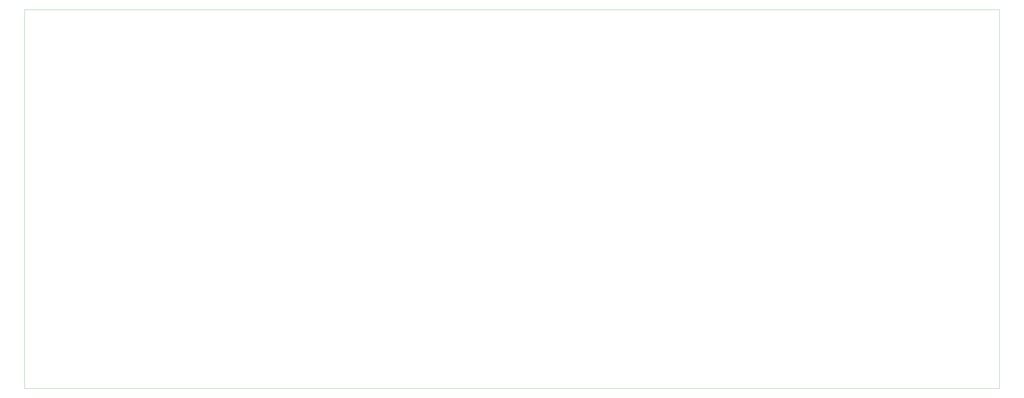
<source format=gm1>
G04 #@! TF.GenerationSoftware,KiCad,Pcbnew,7.0.2*
G04 #@! TF.CreationDate,2023-11-07T00:29:41+01:00*
G04 #@! TF.ProjectId,TKLTheSecond,544b4c54-6865-4536-9563-6f6e642e6b69,rev?*
G04 #@! TF.SameCoordinates,Original*
G04 #@! TF.FileFunction,Profile,NP*
%FSLAX46Y46*%
G04 Gerber Fmt 4.6, Leading zero omitted, Abs format (unit mm)*
G04 Created by KiCad (PCBNEW 7.0.2) date 2023-11-07 00:29:41*
%MOMM*%
%LPD*%
G01*
G04 APERTURE LIST*
G04 #@! TA.AperFunction,Profile*
%ADD10C,0.100000*%
G04 #@! TD*
G04 APERTURE END LIST*
D10*
X30312000Y-38100000D02*
X390312000Y-38100000D01*
X390312000Y-178180000D01*
X30312000Y-178180000D01*
X30312000Y-38100000D01*
M02*

</source>
